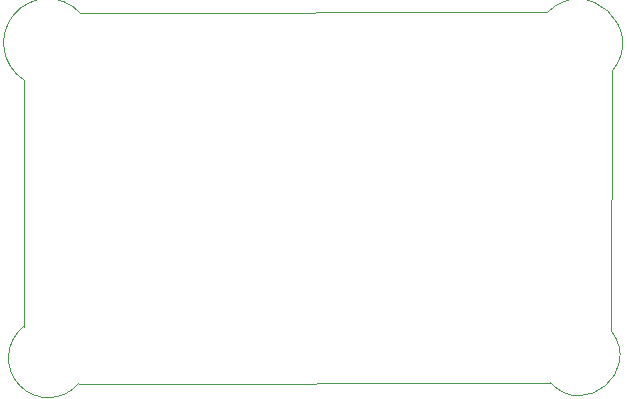
<source format=gm1>
%TF.GenerationSoftware,KiCad,Pcbnew,7.0.11-rc3*%
%TF.CreationDate,2024-07-02T00:11:53+05:30*%
%TF.ProjectId,MCUdatalogger_V1,4d435564-6174-4616-9c6f-676765725f56,rev?*%
%TF.SameCoordinates,Original*%
%TF.FileFunction,Profile,NP*%
%FSLAX46Y46*%
G04 Gerber Fmt 4.6, Leading zero omitted, Abs format (unit mm)*
G04 Created by KiCad (PCBNEW 7.0.11-rc3) date 2024-07-02 00:11:53*
%MOMM*%
%LPD*%
G01*
G04 APERTURE LIST*
%TA.AperFunction,Profile*%
%ADD10C,0.050000*%
%TD*%
G04 APERTURE END LIST*
D10*
X121244911Y-75731884D02*
G75*
G03*
X126414999Y-71360001I2470089J2321884D01*
G01*
X81440000Y-44435000D02*
X120990000Y-44385000D01*
X126465000Y-49385000D02*
X126415000Y-71360000D01*
X121244910Y-75731885D02*
X81315000Y-75810000D01*
X126465000Y-49380939D02*
G75*
G03*
X120993564Y-44388564I-2850000J2370939D01*
G01*
X81439999Y-44435001D02*
G75*
G03*
X76688878Y-50111765I-2749999J-2524999D01*
G01*
X76661969Y-70981129D02*
G75*
G03*
X81315000Y-75810000I2078031J-2653871D01*
G01*
X76665000Y-70985000D02*
X76688878Y-50111766D01*
M02*

</source>
